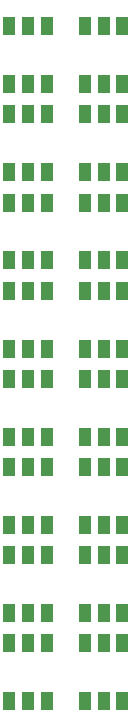
<source format=gbr>
G04 #@! TF.GenerationSoftware,KiCad,Pcbnew,(5.1.6)-1*
G04 #@! TF.CreationDate,2020-08-07T11:21:43-04:00*
G04 #@! TF.ProjectId,daftPunk,64616674-5075-46e6-9b2e-6b696361645f,rev?*
G04 #@! TF.SameCoordinates,Original*
G04 #@! TF.FileFunction,Paste,Top*
G04 #@! TF.FilePolarity,Positive*
%FSLAX46Y46*%
G04 Gerber Fmt 4.6, Leading zero omitted, Abs format (unit mm)*
G04 Created by KiCad (PCBNEW (5.1.6)-1) date 2020-08-07 11:21:43*
%MOMM*%
%LPD*%
G01*
G04 APERTURE LIST*
%ADD10R,1.000000X1.500000*%
G04 APERTURE END LIST*
D10*
X146600000Y-87950000D03*
X148200000Y-87950000D03*
X149800000Y-87950000D03*
X146600000Y-83050000D03*
X148200000Y-83050000D03*
X149800000Y-83050000D03*
X149800000Y-75592852D03*
X148200000Y-75592852D03*
X146600000Y-75592852D03*
X149800000Y-80492852D03*
X148200000Y-80492852D03*
X146600000Y-80492852D03*
X149800000Y-68135710D03*
X148200000Y-68135710D03*
X146600000Y-68135710D03*
X149800000Y-73035710D03*
X148200000Y-73035710D03*
X146600000Y-73035710D03*
X146600000Y-65578568D03*
X148200000Y-65578568D03*
X149800000Y-65578568D03*
X146600000Y-60678568D03*
X148200000Y-60678568D03*
X149800000Y-60678568D03*
X149800000Y-53221426D03*
X148200000Y-53221426D03*
X146600000Y-53221426D03*
X149800000Y-58121426D03*
X148200000Y-58121426D03*
X146600000Y-58121426D03*
X146600000Y-50664284D03*
X148200000Y-50664284D03*
X149800000Y-50664284D03*
X146600000Y-45764284D03*
X148200000Y-45764284D03*
X149800000Y-45764284D03*
X149800000Y-38307142D03*
X148200000Y-38307142D03*
X146600000Y-38307142D03*
X149800000Y-43207142D03*
X148200000Y-43207142D03*
X146600000Y-43207142D03*
X146600000Y-35750000D03*
X148200000Y-35750000D03*
X149800000Y-35750000D03*
X146600000Y-30850000D03*
X148200000Y-30850000D03*
X149800000Y-30850000D03*
X153000000Y-35750000D03*
X154600000Y-35750000D03*
X156200000Y-35750000D03*
X153000000Y-30850000D03*
X154600000Y-30850000D03*
X156200000Y-30850000D03*
X156200000Y-38307142D03*
X154600000Y-38307142D03*
X153000000Y-38307142D03*
X156200000Y-43207142D03*
X154600000Y-43207142D03*
X153000000Y-43207142D03*
X153000000Y-50664284D03*
X154600000Y-50664284D03*
X156200000Y-50664284D03*
X153000000Y-45764284D03*
X154600000Y-45764284D03*
X156200000Y-45764284D03*
X156200000Y-53221426D03*
X154600000Y-53221426D03*
X153000000Y-53221426D03*
X156200000Y-58121426D03*
X154600000Y-58121426D03*
X153000000Y-58121426D03*
X153000000Y-65578568D03*
X154600000Y-65578568D03*
X156200000Y-65578568D03*
X153000000Y-60678568D03*
X154600000Y-60678568D03*
X156200000Y-60678568D03*
X156200000Y-68135710D03*
X154600000Y-68135710D03*
X153000000Y-68135710D03*
X156200000Y-73035710D03*
X154600000Y-73035710D03*
X153000000Y-73035710D03*
X153000000Y-80492852D03*
X154600000Y-80492852D03*
X156200000Y-80492852D03*
X153000000Y-75592852D03*
X154600000Y-75592852D03*
X156200000Y-75592852D03*
X156200000Y-83050000D03*
X154600000Y-83050000D03*
X153000000Y-83050000D03*
X156200000Y-87950000D03*
X154600000Y-87950000D03*
X153000000Y-87950000D03*
M02*

</source>
